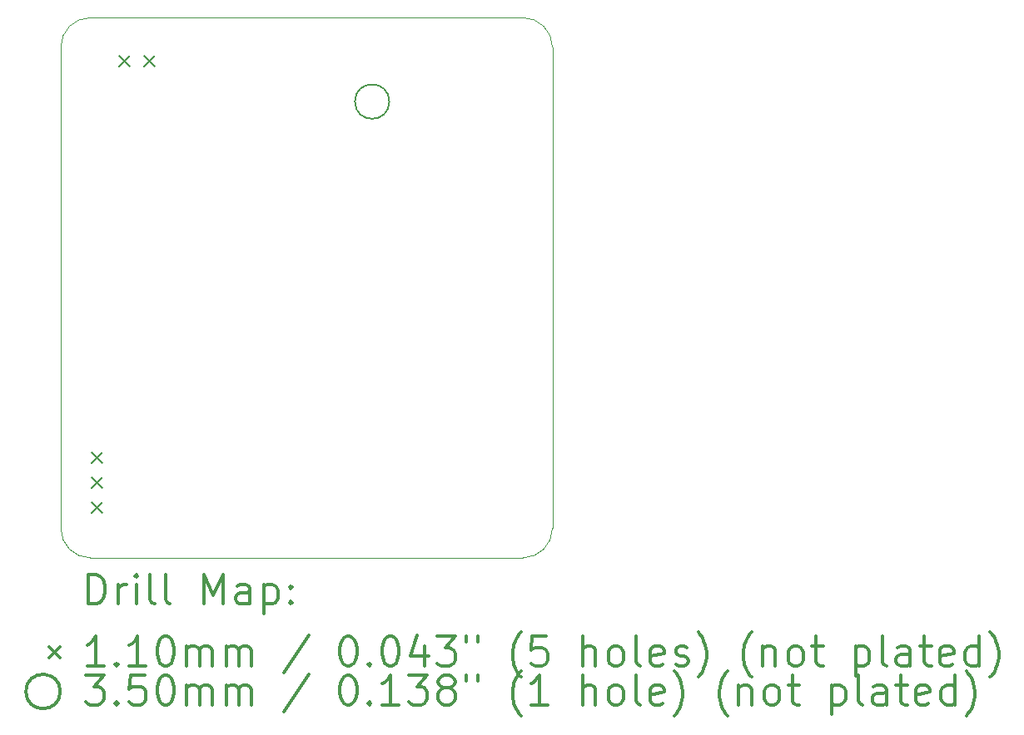
<source format=gbr>
%FSLAX45Y45*%
G04 Gerber Fmt 4.5, Leading zero omitted, Abs format (unit mm)*
G04 Created by KiCad (PCBNEW (5.1.9)-1) date 2021-08-22 04:22:46*
%MOMM*%
%LPD*%
G01*
G04 APERTURE LIST*
%TA.AperFunction,Profile*%
%ADD10C,0.100000*%
%TD*%
%ADD11C,0.200000*%
%ADD12C,0.300000*%
G04 APERTURE END LIST*
D10*
X11680000Y-11280000D02*
X11680000Y-6380000D01*
X16380000Y-11580000D02*
X11980000Y-11580000D01*
X11980000Y-6080000D02*
G75*
G03*
X11680000Y-6380000I0J-300000D01*
G01*
X16680000Y-6380000D02*
G75*
G03*
X16380000Y-6080000I-300000J0D01*
G01*
X11980000Y-6080000D02*
X16380000Y-6080000D01*
X16680000Y-11280000D02*
G75*
G02*
X16380000Y-11580000I-300000J0D01*
G01*
X16680000Y-6380000D02*
X16680000Y-11280000D01*
X11680000Y-11280000D02*
G75*
G03*
X11980000Y-11580000I300000J0D01*
G01*
D11*
X11991000Y-10505000D02*
X12101000Y-10615000D01*
X12101000Y-10505000D02*
X11991000Y-10615000D01*
X11991000Y-10759000D02*
X12101000Y-10869000D01*
X12101000Y-10759000D02*
X11991000Y-10869000D01*
X11991000Y-11013000D02*
X12101000Y-11123000D01*
X12101000Y-11013000D02*
X11991000Y-11123000D01*
X12271000Y-6471000D02*
X12381000Y-6581000D01*
X12381000Y-6471000D02*
X12271000Y-6581000D01*
X12525000Y-6471000D02*
X12635000Y-6581000D01*
X12635000Y-6471000D02*
X12525000Y-6581000D01*
X15021000Y-6934000D02*
G75*
G03*
X15021000Y-6934000I-175000J0D01*
G01*
D12*
X11961428Y-12050714D02*
X11961428Y-11750714D01*
X12032857Y-11750714D01*
X12075714Y-11765000D01*
X12104286Y-11793571D01*
X12118571Y-11822143D01*
X12132857Y-11879286D01*
X12132857Y-11922143D01*
X12118571Y-11979286D01*
X12104286Y-12007857D01*
X12075714Y-12036429D01*
X12032857Y-12050714D01*
X11961428Y-12050714D01*
X12261428Y-12050714D02*
X12261428Y-11850714D01*
X12261428Y-11907857D02*
X12275714Y-11879286D01*
X12290000Y-11865000D01*
X12318571Y-11850714D01*
X12347143Y-11850714D01*
X12447143Y-12050714D02*
X12447143Y-11850714D01*
X12447143Y-11750714D02*
X12432857Y-11765000D01*
X12447143Y-11779286D01*
X12461428Y-11765000D01*
X12447143Y-11750714D01*
X12447143Y-11779286D01*
X12632857Y-12050714D02*
X12604286Y-12036429D01*
X12590000Y-12007857D01*
X12590000Y-11750714D01*
X12790000Y-12050714D02*
X12761428Y-12036429D01*
X12747143Y-12007857D01*
X12747143Y-11750714D01*
X13132857Y-12050714D02*
X13132857Y-11750714D01*
X13232857Y-11965000D01*
X13332857Y-11750714D01*
X13332857Y-12050714D01*
X13604286Y-12050714D02*
X13604286Y-11893571D01*
X13590000Y-11865000D01*
X13561428Y-11850714D01*
X13504286Y-11850714D01*
X13475714Y-11865000D01*
X13604286Y-12036429D02*
X13575714Y-12050714D01*
X13504286Y-12050714D01*
X13475714Y-12036429D01*
X13461428Y-12007857D01*
X13461428Y-11979286D01*
X13475714Y-11950714D01*
X13504286Y-11936429D01*
X13575714Y-11936429D01*
X13604286Y-11922143D01*
X13747143Y-11850714D02*
X13747143Y-12150714D01*
X13747143Y-11865000D02*
X13775714Y-11850714D01*
X13832857Y-11850714D01*
X13861428Y-11865000D01*
X13875714Y-11879286D01*
X13890000Y-11907857D01*
X13890000Y-11993571D01*
X13875714Y-12022143D01*
X13861428Y-12036429D01*
X13832857Y-12050714D01*
X13775714Y-12050714D01*
X13747143Y-12036429D01*
X14018571Y-12022143D02*
X14032857Y-12036429D01*
X14018571Y-12050714D01*
X14004286Y-12036429D01*
X14018571Y-12022143D01*
X14018571Y-12050714D01*
X14018571Y-11865000D02*
X14032857Y-11879286D01*
X14018571Y-11893571D01*
X14004286Y-11879286D01*
X14018571Y-11865000D01*
X14018571Y-11893571D01*
X11565000Y-12490000D02*
X11675000Y-12600000D01*
X11675000Y-12490000D02*
X11565000Y-12600000D01*
X12118571Y-12680714D02*
X11947143Y-12680714D01*
X12032857Y-12680714D02*
X12032857Y-12380714D01*
X12004286Y-12423571D01*
X11975714Y-12452143D01*
X11947143Y-12466429D01*
X12247143Y-12652143D02*
X12261428Y-12666429D01*
X12247143Y-12680714D01*
X12232857Y-12666429D01*
X12247143Y-12652143D01*
X12247143Y-12680714D01*
X12547143Y-12680714D02*
X12375714Y-12680714D01*
X12461428Y-12680714D02*
X12461428Y-12380714D01*
X12432857Y-12423571D01*
X12404286Y-12452143D01*
X12375714Y-12466429D01*
X12732857Y-12380714D02*
X12761428Y-12380714D01*
X12790000Y-12395000D01*
X12804286Y-12409286D01*
X12818571Y-12437857D01*
X12832857Y-12495000D01*
X12832857Y-12566429D01*
X12818571Y-12623571D01*
X12804286Y-12652143D01*
X12790000Y-12666429D01*
X12761428Y-12680714D01*
X12732857Y-12680714D01*
X12704286Y-12666429D01*
X12690000Y-12652143D01*
X12675714Y-12623571D01*
X12661428Y-12566429D01*
X12661428Y-12495000D01*
X12675714Y-12437857D01*
X12690000Y-12409286D01*
X12704286Y-12395000D01*
X12732857Y-12380714D01*
X12961428Y-12680714D02*
X12961428Y-12480714D01*
X12961428Y-12509286D02*
X12975714Y-12495000D01*
X13004286Y-12480714D01*
X13047143Y-12480714D01*
X13075714Y-12495000D01*
X13090000Y-12523571D01*
X13090000Y-12680714D01*
X13090000Y-12523571D02*
X13104286Y-12495000D01*
X13132857Y-12480714D01*
X13175714Y-12480714D01*
X13204286Y-12495000D01*
X13218571Y-12523571D01*
X13218571Y-12680714D01*
X13361428Y-12680714D02*
X13361428Y-12480714D01*
X13361428Y-12509286D02*
X13375714Y-12495000D01*
X13404286Y-12480714D01*
X13447143Y-12480714D01*
X13475714Y-12495000D01*
X13490000Y-12523571D01*
X13490000Y-12680714D01*
X13490000Y-12523571D02*
X13504286Y-12495000D01*
X13532857Y-12480714D01*
X13575714Y-12480714D01*
X13604286Y-12495000D01*
X13618571Y-12523571D01*
X13618571Y-12680714D01*
X14204286Y-12366429D02*
X13947143Y-12752143D01*
X14590000Y-12380714D02*
X14618571Y-12380714D01*
X14647143Y-12395000D01*
X14661428Y-12409286D01*
X14675714Y-12437857D01*
X14690000Y-12495000D01*
X14690000Y-12566429D01*
X14675714Y-12623571D01*
X14661428Y-12652143D01*
X14647143Y-12666429D01*
X14618571Y-12680714D01*
X14590000Y-12680714D01*
X14561428Y-12666429D01*
X14547143Y-12652143D01*
X14532857Y-12623571D01*
X14518571Y-12566429D01*
X14518571Y-12495000D01*
X14532857Y-12437857D01*
X14547143Y-12409286D01*
X14561428Y-12395000D01*
X14590000Y-12380714D01*
X14818571Y-12652143D02*
X14832857Y-12666429D01*
X14818571Y-12680714D01*
X14804286Y-12666429D01*
X14818571Y-12652143D01*
X14818571Y-12680714D01*
X15018571Y-12380714D02*
X15047143Y-12380714D01*
X15075714Y-12395000D01*
X15090000Y-12409286D01*
X15104286Y-12437857D01*
X15118571Y-12495000D01*
X15118571Y-12566429D01*
X15104286Y-12623571D01*
X15090000Y-12652143D01*
X15075714Y-12666429D01*
X15047143Y-12680714D01*
X15018571Y-12680714D01*
X14990000Y-12666429D01*
X14975714Y-12652143D01*
X14961428Y-12623571D01*
X14947143Y-12566429D01*
X14947143Y-12495000D01*
X14961428Y-12437857D01*
X14975714Y-12409286D01*
X14990000Y-12395000D01*
X15018571Y-12380714D01*
X15375714Y-12480714D02*
X15375714Y-12680714D01*
X15304286Y-12366429D02*
X15232857Y-12580714D01*
X15418571Y-12580714D01*
X15504286Y-12380714D02*
X15690000Y-12380714D01*
X15590000Y-12495000D01*
X15632857Y-12495000D01*
X15661428Y-12509286D01*
X15675714Y-12523571D01*
X15690000Y-12552143D01*
X15690000Y-12623571D01*
X15675714Y-12652143D01*
X15661428Y-12666429D01*
X15632857Y-12680714D01*
X15547143Y-12680714D01*
X15518571Y-12666429D01*
X15504286Y-12652143D01*
X15804286Y-12380714D02*
X15804286Y-12437857D01*
X15918571Y-12380714D02*
X15918571Y-12437857D01*
X16361428Y-12795000D02*
X16347143Y-12780714D01*
X16318571Y-12737857D01*
X16304286Y-12709286D01*
X16290000Y-12666429D01*
X16275714Y-12595000D01*
X16275714Y-12537857D01*
X16290000Y-12466429D01*
X16304286Y-12423571D01*
X16318571Y-12395000D01*
X16347143Y-12352143D01*
X16361428Y-12337857D01*
X16618571Y-12380714D02*
X16475714Y-12380714D01*
X16461428Y-12523571D01*
X16475714Y-12509286D01*
X16504286Y-12495000D01*
X16575714Y-12495000D01*
X16604286Y-12509286D01*
X16618571Y-12523571D01*
X16632857Y-12552143D01*
X16632857Y-12623571D01*
X16618571Y-12652143D01*
X16604286Y-12666429D01*
X16575714Y-12680714D01*
X16504286Y-12680714D01*
X16475714Y-12666429D01*
X16461428Y-12652143D01*
X16990000Y-12680714D02*
X16990000Y-12380714D01*
X17118571Y-12680714D02*
X17118571Y-12523571D01*
X17104286Y-12495000D01*
X17075714Y-12480714D01*
X17032857Y-12480714D01*
X17004286Y-12495000D01*
X16990000Y-12509286D01*
X17304286Y-12680714D02*
X17275714Y-12666429D01*
X17261428Y-12652143D01*
X17247143Y-12623571D01*
X17247143Y-12537857D01*
X17261428Y-12509286D01*
X17275714Y-12495000D01*
X17304286Y-12480714D01*
X17347143Y-12480714D01*
X17375714Y-12495000D01*
X17390000Y-12509286D01*
X17404286Y-12537857D01*
X17404286Y-12623571D01*
X17390000Y-12652143D01*
X17375714Y-12666429D01*
X17347143Y-12680714D01*
X17304286Y-12680714D01*
X17575714Y-12680714D02*
X17547143Y-12666429D01*
X17532857Y-12637857D01*
X17532857Y-12380714D01*
X17804286Y-12666429D02*
X17775714Y-12680714D01*
X17718571Y-12680714D01*
X17690000Y-12666429D01*
X17675714Y-12637857D01*
X17675714Y-12523571D01*
X17690000Y-12495000D01*
X17718571Y-12480714D01*
X17775714Y-12480714D01*
X17804286Y-12495000D01*
X17818571Y-12523571D01*
X17818571Y-12552143D01*
X17675714Y-12580714D01*
X17932857Y-12666429D02*
X17961428Y-12680714D01*
X18018571Y-12680714D01*
X18047143Y-12666429D01*
X18061428Y-12637857D01*
X18061428Y-12623571D01*
X18047143Y-12595000D01*
X18018571Y-12580714D01*
X17975714Y-12580714D01*
X17947143Y-12566429D01*
X17932857Y-12537857D01*
X17932857Y-12523571D01*
X17947143Y-12495000D01*
X17975714Y-12480714D01*
X18018571Y-12480714D01*
X18047143Y-12495000D01*
X18161428Y-12795000D02*
X18175714Y-12780714D01*
X18204286Y-12737857D01*
X18218571Y-12709286D01*
X18232857Y-12666429D01*
X18247143Y-12595000D01*
X18247143Y-12537857D01*
X18232857Y-12466429D01*
X18218571Y-12423571D01*
X18204286Y-12395000D01*
X18175714Y-12352143D01*
X18161428Y-12337857D01*
X18704286Y-12795000D02*
X18690000Y-12780714D01*
X18661428Y-12737857D01*
X18647143Y-12709286D01*
X18632857Y-12666429D01*
X18618571Y-12595000D01*
X18618571Y-12537857D01*
X18632857Y-12466429D01*
X18647143Y-12423571D01*
X18661428Y-12395000D01*
X18690000Y-12352143D01*
X18704286Y-12337857D01*
X18818571Y-12480714D02*
X18818571Y-12680714D01*
X18818571Y-12509286D02*
X18832857Y-12495000D01*
X18861428Y-12480714D01*
X18904286Y-12480714D01*
X18932857Y-12495000D01*
X18947143Y-12523571D01*
X18947143Y-12680714D01*
X19132857Y-12680714D02*
X19104286Y-12666429D01*
X19090000Y-12652143D01*
X19075714Y-12623571D01*
X19075714Y-12537857D01*
X19090000Y-12509286D01*
X19104286Y-12495000D01*
X19132857Y-12480714D01*
X19175714Y-12480714D01*
X19204286Y-12495000D01*
X19218571Y-12509286D01*
X19232857Y-12537857D01*
X19232857Y-12623571D01*
X19218571Y-12652143D01*
X19204286Y-12666429D01*
X19175714Y-12680714D01*
X19132857Y-12680714D01*
X19318571Y-12480714D02*
X19432857Y-12480714D01*
X19361428Y-12380714D02*
X19361428Y-12637857D01*
X19375714Y-12666429D01*
X19404286Y-12680714D01*
X19432857Y-12680714D01*
X19761428Y-12480714D02*
X19761428Y-12780714D01*
X19761428Y-12495000D02*
X19790000Y-12480714D01*
X19847143Y-12480714D01*
X19875714Y-12495000D01*
X19890000Y-12509286D01*
X19904286Y-12537857D01*
X19904286Y-12623571D01*
X19890000Y-12652143D01*
X19875714Y-12666429D01*
X19847143Y-12680714D01*
X19790000Y-12680714D01*
X19761428Y-12666429D01*
X20075714Y-12680714D02*
X20047143Y-12666429D01*
X20032857Y-12637857D01*
X20032857Y-12380714D01*
X20318571Y-12680714D02*
X20318571Y-12523571D01*
X20304286Y-12495000D01*
X20275714Y-12480714D01*
X20218571Y-12480714D01*
X20190000Y-12495000D01*
X20318571Y-12666429D02*
X20290000Y-12680714D01*
X20218571Y-12680714D01*
X20190000Y-12666429D01*
X20175714Y-12637857D01*
X20175714Y-12609286D01*
X20190000Y-12580714D01*
X20218571Y-12566429D01*
X20290000Y-12566429D01*
X20318571Y-12552143D01*
X20418571Y-12480714D02*
X20532857Y-12480714D01*
X20461428Y-12380714D02*
X20461428Y-12637857D01*
X20475714Y-12666429D01*
X20504286Y-12680714D01*
X20532857Y-12680714D01*
X20747143Y-12666429D02*
X20718571Y-12680714D01*
X20661428Y-12680714D01*
X20632857Y-12666429D01*
X20618571Y-12637857D01*
X20618571Y-12523571D01*
X20632857Y-12495000D01*
X20661428Y-12480714D01*
X20718571Y-12480714D01*
X20747143Y-12495000D01*
X20761428Y-12523571D01*
X20761428Y-12552143D01*
X20618571Y-12580714D01*
X21018571Y-12680714D02*
X21018571Y-12380714D01*
X21018571Y-12666429D02*
X20990000Y-12680714D01*
X20932857Y-12680714D01*
X20904286Y-12666429D01*
X20890000Y-12652143D01*
X20875714Y-12623571D01*
X20875714Y-12537857D01*
X20890000Y-12509286D01*
X20904286Y-12495000D01*
X20932857Y-12480714D01*
X20990000Y-12480714D01*
X21018571Y-12495000D01*
X21132857Y-12795000D02*
X21147143Y-12780714D01*
X21175714Y-12737857D01*
X21190000Y-12709286D01*
X21204286Y-12666429D01*
X21218571Y-12595000D01*
X21218571Y-12537857D01*
X21204286Y-12466429D01*
X21190000Y-12423571D01*
X21175714Y-12395000D01*
X21147143Y-12352143D01*
X21132857Y-12337857D01*
X11675000Y-12941000D02*
G75*
G03*
X11675000Y-12941000I-175000J0D01*
G01*
X11932857Y-12776714D02*
X12118571Y-12776714D01*
X12018571Y-12891000D01*
X12061428Y-12891000D01*
X12090000Y-12905286D01*
X12104286Y-12919571D01*
X12118571Y-12948143D01*
X12118571Y-13019571D01*
X12104286Y-13048143D01*
X12090000Y-13062429D01*
X12061428Y-13076714D01*
X11975714Y-13076714D01*
X11947143Y-13062429D01*
X11932857Y-13048143D01*
X12247143Y-13048143D02*
X12261428Y-13062429D01*
X12247143Y-13076714D01*
X12232857Y-13062429D01*
X12247143Y-13048143D01*
X12247143Y-13076714D01*
X12532857Y-12776714D02*
X12390000Y-12776714D01*
X12375714Y-12919571D01*
X12390000Y-12905286D01*
X12418571Y-12891000D01*
X12490000Y-12891000D01*
X12518571Y-12905286D01*
X12532857Y-12919571D01*
X12547143Y-12948143D01*
X12547143Y-13019571D01*
X12532857Y-13048143D01*
X12518571Y-13062429D01*
X12490000Y-13076714D01*
X12418571Y-13076714D01*
X12390000Y-13062429D01*
X12375714Y-13048143D01*
X12732857Y-12776714D02*
X12761428Y-12776714D01*
X12790000Y-12791000D01*
X12804286Y-12805286D01*
X12818571Y-12833857D01*
X12832857Y-12891000D01*
X12832857Y-12962429D01*
X12818571Y-13019571D01*
X12804286Y-13048143D01*
X12790000Y-13062429D01*
X12761428Y-13076714D01*
X12732857Y-13076714D01*
X12704286Y-13062429D01*
X12690000Y-13048143D01*
X12675714Y-13019571D01*
X12661428Y-12962429D01*
X12661428Y-12891000D01*
X12675714Y-12833857D01*
X12690000Y-12805286D01*
X12704286Y-12791000D01*
X12732857Y-12776714D01*
X12961428Y-13076714D02*
X12961428Y-12876714D01*
X12961428Y-12905286D02*
X12975714Y-12891000D01*
X13004286Y-12876714D01*
X13047143Y-12876714D01*
X13075714Y-12891000D01*
X13090000Y-12919571D01*
X13090000Y-13076714D01*
X13090000Y-12919571D02*
X13104286Y-12891000D01*
X13132857Y-12876714D01*
X13175714Y-12876714D01*
X13204286Y-12891000D01*
X13218571Y-12919571D01*
X13218571Y-13076714D01*
X13361428Y-13076714D02*
X13361428Y-12876714D01*
X13361428Y-12905286D02*
X13375714Y-12891000D01*
X13404286Y-12876714D01*
X13447143Y-12876714D01*
X13475714Y-12891000D01*
X13490000Y-12919571D01*
X13490000Y-13076714D01*
X13490000Y-12919571D02*
X13504286Y-12891000D01*
X13532857Y-12876714D01*
X13575714Y-12876714D01*
X13604286Y-12891000D01*
X13618571Y-12919571D01*
X13618571Y-13076714D01*
X14204286Y-12762429D02*
X13947143Y-13148143D01*
X14590000Y-12776714D02*
X14618571Y-12776714D01*
X14647143Y-12791000D01*
X14661428Y-12805286D01*
X14675714Y-12833857D01*
X14690000Y-12891000D01*
X14690000Y-12962429D01*
X14675714Y-13019571D01*
X14661428Y-13048143D01*
X14647143Y-13062429D01*
X14618571Y-13076714D01*
X14590000Y-13076714D01*
X14561428Y-13062429D01*
X14547143Y-13048143D01*
X14532857Y-13019571D01*
X14518571Y-12962429D01*
X14518571Y-12891000D01*
X14532857Y-12833857D01*
X14547143Y-12805286D01*
X14561428Y-12791000D01*
X14590000Y-12776714D01*
X14818571Y-13048143D02*
X14832857Y-13062429D01*
X14818571Y-13076714D01*
X14804286Y-13062429D01*
X14818571Y-13048143D01*
X14818571Y-13076714D01*
X15118571Y-13076714D02*
X14947143Y-13076714D01*
X15032857Y-13076714D02*
X15032857Y-12776714D01*
X15004286Y-12819571D01*
X14975714Y-12848143D01*
X14947143Y-12862429D01*
X15218571Y-12776714D02*
X15404286Y-12776714D01*
X15304286Y-12891000D01*
X15347143Y-12891000D01*
X15375714Y-12905286D01*
X15390000Y-12919571D01*
X15404286Y-12948143D01*
X15404286Y-13019571D01*
X15390000Y-13048143D01*
X15375714Y-13062429D01*
X15347143Y-13076714D01*
X15261428Y-13076714D01*
X15232857Y-13062429D01*
X15218571Y-13048143D01*
X15575714Y-12905286D02*
X15547143Y-12891000D01*
X15532857Y-12876714D01*
X15518571Y-12848143D01*
X15518571Y-12833857D01*
X15532857Y-12805286D01*
X15547143Y-12791000D01*
X15575714Y-12776714D01*
X15632857Y-12776714D01*
X15661428Y-12791000D01*
X15675714Y-12805286D01*
X15690000Y-12833857D01*
X15690000Y-12848143D01*
X15675714Y-12876714D01*
X15661428Y-12891000D01*
X15632857Y-12905286D01*
X15575714Y-12905286D01*
X15547143Y-12919571D01*
X15532857Y-12933857D01*
X15518571Y-12962429D01*
X15518571Y-13019571D01*
X15532857Y-13048143D01*
X15547143Y-13062429D01*
X15575714Y-13076714D01*
X15632857Y-13076714D01*
X15661428Y-13062429D01*
X15675714Y-13048143D01*
X15690000Y-13019571D01*
X15690000Y-12962429D01*
X15675714Y-12933857D01*
X15661428Y-12919571D01*
X15632857Y-12905286D01*
X15804286Y-12776714D02*
X15804286Y-12833857D01*
X15918571Y-12776714D02*
X15918571Y-12833857D01*
X16361428Y-13191000D02*
X16347143Y-13176714D01*
X16318571Y-13133857D01*
X16304286Y-13105286D01*
X16290000Y-13062429D01*
X16275714Y-12991000D01*
X16275714Y-12933857D01*
X16290000Y-12862429D01*
X16304286Y-12819571D01*
X16318571Y-12791000D01*
X16347143Y-12748143D01*
X16361428Y-12733857D01*
X16632857Y-13076714D02*
X16461428Y-13076714D01*
X16547143Y-13076714D02*
X16547143Y-12776714D01*
X16518571Y-12819571D01*
X16490000Y-12848143D01*
X16461428Y-12862429D01*
X16990000Y-13076714D02*
X16990000Y-12776714D01*
X17118571Y-13076714D02*
X17118571Y-12919571D01*
X17104286Y-12891000D01*
X17075714Y-12876714D01*
X17032857Y-12876714D01*
X17004286Y-12891000D01*
X16990000Y-12905286D01*
X17304286Y-13076714D02*
X17275714Y-13062429D01*
X17261428Y-13048143D01*
X17247143Y-13019571D01*
X17247143Y-12933857D01*
X17261428Y-12905286D01*
X17275714Y-12891000D01*
X17304286Y-12876714D01*
X17347143Y-12876714D01*
X17375714Y-12891000D01*
X17390000Y-12905286D01*
X17404286Y-12933857D01*
X17404286Y-13019571D01*
X17390000Y-13048143D01*
X17375714Y-13062429D01*
X17347143Y-13076714D01*
X17304286Y-13076714D01*
X17575714Y-13076714D02*
X17547143Y-13062429D01*
X17532857Y-13033857D01*
X17532857Y-12776714D01*
X17804286Y-13062429D02*
X17775714Y-13076714D01*
X17718571Y-13076714D01*
X17690000Y-13062429D01*
X17675714Y-13033857D01*
X17675714Y-12919571D01*
X17690000Y-12891000D01*
X17718571Y-12876714D01*
X17775714Y-12876714D01*
X17804286Y-12891000D01*
X17818571Y-12919571D01*
X17818571Y-12948143D01*
X17675714Y-12976714D01*
X17918571Y-13191000D02*
X17932857Y-13176714D01*
X17961428Y-13133857D01*
X17975714Y-13105286D01*
X17990000Y-13062429D01*
X18004286Y-12991000D01*
X18004286Y-12933857D01*
X17990000Y-12862429D01*
X17975714Y-12819571D01*
X17961428Y-12791000D01*
X17932857Y-12748143D01*
X17918571Y-12733857D01*
X18461428Y-13191000D02*
X18447143Y-13176714D01*
X18418571Y-13133857D01*
X18404286Y-13105286D01*
X18390000Y-13062429D01*
X18375714Y-12991000D01*
X18375714Y-12933857D01*
X18390000Y-12862429D01*
X18404286Y-12819571D01*
X18418571Y-12791000D01*
X18447143Y-12748143D01*
X18461428Y-12733857D01*
X18575714Y-12876714D02*
X18575714Y-13076714D01*
X18575714Y-12905286D02*
X18590000Y-12891000D01*
X18618571Y-12876714D01*
X18661428Y-12876714D01*
X18690000Y-12891000D01*
X18704286Y-12919571D01*
X18704286Y-13076714D01*
X18890000Y-13076714D02*
X18861428Y-13062429D01*
X18847143Y-13048143D01*
X18832857Y-13019571D01*
X18832857Y-12933857D01*
X18847143Y-12905286D01*
X18861428Y-12891000D01*
X18890000Y-12876714D01*
X18932857Y-12876714D01*
X18961428Y-12891000D01*
X18975714Y-12905286D01*
X18990000Y-12933857D01*
X18990000Y-13019571D01*
X18975714Y-13048143D01*
X18961428Y-13062429D01*
X18932857Y-13076714D01*
X18890000Y-13076714D01*
X19075714Y-12876714D02*
X19190000Y-12876714D01*
X19118571Y-12776714D02*
X19118571Y-13033857D01*
X19132857Y-13062429D01*
X19161428Y-13076714D01*
X19190000Y-13076714D01*
X19518571Y-12876714D02*
X19518571Y-13176714D01*
X19518571Y-12891000D02*
X19547143Y-12876714D01*
X19604286Y-12876714D01*
X19632857Y-12891000D01*
X19647143Y-12905286D01*
X19661428Y-12933857D01*
X19661428Y-13019571D01*
X19647143Y-13048143D01*
X19632857Y-13062429D01*
X19604286Y-13076714D01*
X19547143Y-13076714D01*
X19518571Y-13062429D01*
X19832857Y-13076714D02*
X19804286Y-13062429D01*
X19790000Y-13033857D01*
X19790000Y-12776714D01*
X20075714Y-13076714D02*
X20075714Y-12919571D01*
X20061428Y-12891000D01*
X20032857Y-12876714D01*
X19975714Y-12876714D01*
X19947143Y-12891000D01*
X20075714Y-13062429D02*
X20047143Y-13076714D01*
X19975714Y-13076714D01*
X19947143Y-13062429D01*
X19932857Y-13033857D01*
X19932857Y-13005286D01*
X19947143Y-12976714D01*
X19975714Y-12962429D01*
X20047143Y-12962429D01*
X20075714Y-12948143D01*
X20175714Y-12876714D02*
X20290000Y-12876714D01*
X20218571Y-12776714D02*
X20218571Y-13033857D01*
X20232857Y-13062429D01*
X20261428Y-13076714D01*
X20290000Y-13076714D01*
X20504286Y-13062429D02*
X20475714Y-13076714D01*
X20418571Y-13076714D01*
X20390000Y-13062429D01*
X20375714Y-13033857D01*
X20375714Y-12919571D01*
X20390000Y-12891000D01*
X20418571Y-12876714D01*
X20475714Y-12876714D01*
X20504286Y-12891000D01*
X20518571Y-12919571D01*
X20518571Y-12948143D01*
X20375714Y-12976714D01*
X20775714Y-13076714D02*
X20775714Y-12776714D01*
X20775714Y-13062429D02*
X20747143Y-13076714D01*
X20690000Y-13076714D01*
X20661428Y-13062429D01*
X20647143Y-13048143D01*
X20632857Y-13019571D01*
X20632857Y-12933857D01*
X20647143Y-12905286D01*
X20661428Y-12891000D01*
X20690000Y-12876714D01*
X20747143Y-12876714D01*
X20775714Y-12891000D01*
X20890000Y-13191000D02*
X20904286Y-13176714D01*
X20932857Y-13133857D01*
X20947143Y-13105286D01*
X20961428Y-13062429D01*
X20975714Y-12991000D01*
X20975714Y-12933857D01*
X20961428Y-12862429D01*
X20947143Y-12819571D01*
X20932857Y-12791000D01*
X20904286Y-12748143D01*
X20890000Y-12733857D01*
M02*

</source>
